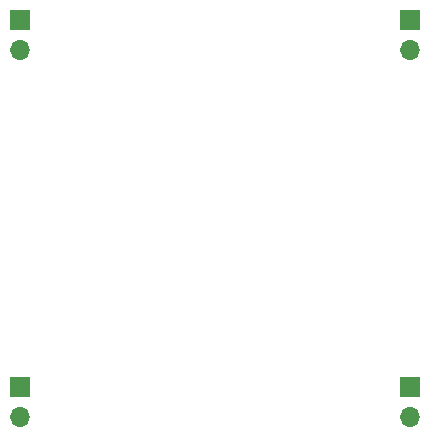
<source format=gbr>
%TF.GenerationSoftware,KiCad,Pcbnew,8.0.1*%
%TF.CreationDate,2024-04-24T15:21:32+01:00*%
%TF.ProjectId,Kishoof_screen,4b697368-6f6f-4665-9f73-637265656e2e,rev?*%
%TF.SameCoordinates,Original*%
%TF.FileFunction,Soldermask,Top*%
%TF.FilePolarity,Negative*%
%FSLAX46Y46*%
G04 Gerber Fmt 4.6, Leading zero omitted, Abs format (unit mm)*
G04 Created by KiCad (PCBNEW 8.0.1) date 2024-04-24 15:21:32*
%MOMM*%
%LPD*%
G01*
G04 APERTURE LIST*
%ADD10R,1.700000X1.700000*%
%ADD11O,1.700000X1.700000*%
G04 APERTURE END LIST*
D10*
%TO.C,J4*%
X94000000Y-74000000D03*
D11*
X94000000Y-76540000D03*
%TD*%
D10*
%TO.C,J2*%
X94000000Y-43000000D03*
D11*
X94000000Y-45540000D03*
%TD*%
D10*
%TO.C,J1*%
X61000000Y-43000000D03*
D11*
X61000000Y-45540000D03*
%TD*%
D10*
%TO.C,J3*%
X61000000Y-74000000D03*
D11*
X61000000Y-76540000D03*
%TD*%
M02*

</source>
